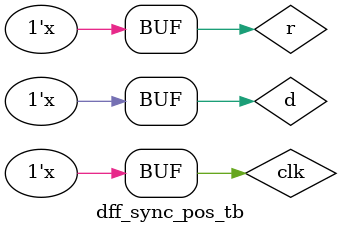
<source format=v>
module dff_sync_pos_tb;

    wire q, q_bar;
    reg d, r, clk;

    initial 
        begin
            d =0;
            r =0;
            clk = 0;
        end

    always 
        #3 d = ~d;
    always
        #7 r = ~r;
    always
        #11 clk = ~clk;

    dff_sync_pos dff(d,clk,r,q,q_bar);

endmodule

</source>
